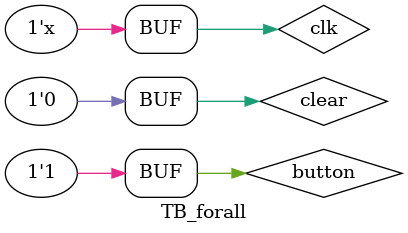
<source format=v>
`timescale 1ps / 1ps


module TB_forall();

 // wejscia
  reg clk;
  reg button;
  reg clear;

 // wyjscia
  wire [6:0] sseg_out_1;
  wire [6:0] sseg_out_2;
  wire [6:0] sseg_out_3;
  wire [6:0] sseg_out_4;

 // UUT
    connections_testbench uut(
        .clk(clk),
        .button(button),
        .clear(clear),
        .s_1(sseg_out_1),
        .s_2(sseg_out_2),
        .s_3(sseg_out_3),
        .s_4(sseg_out_4)
        
);

 // initial dla jednorazowego stanow poczatkowych inputow

initial
    begin
        clk =0;
        button = 0;
        clear = 1;
    end


 // initial dla clocka systemowego 100 MHz

initial clk = 1'b0;
always #1 clk = ~clk;


 // initial dla inputow

initial 
    begin
        #1 clear = 0;
        #200000 button = 1;
        
end

endmodule
</source>
